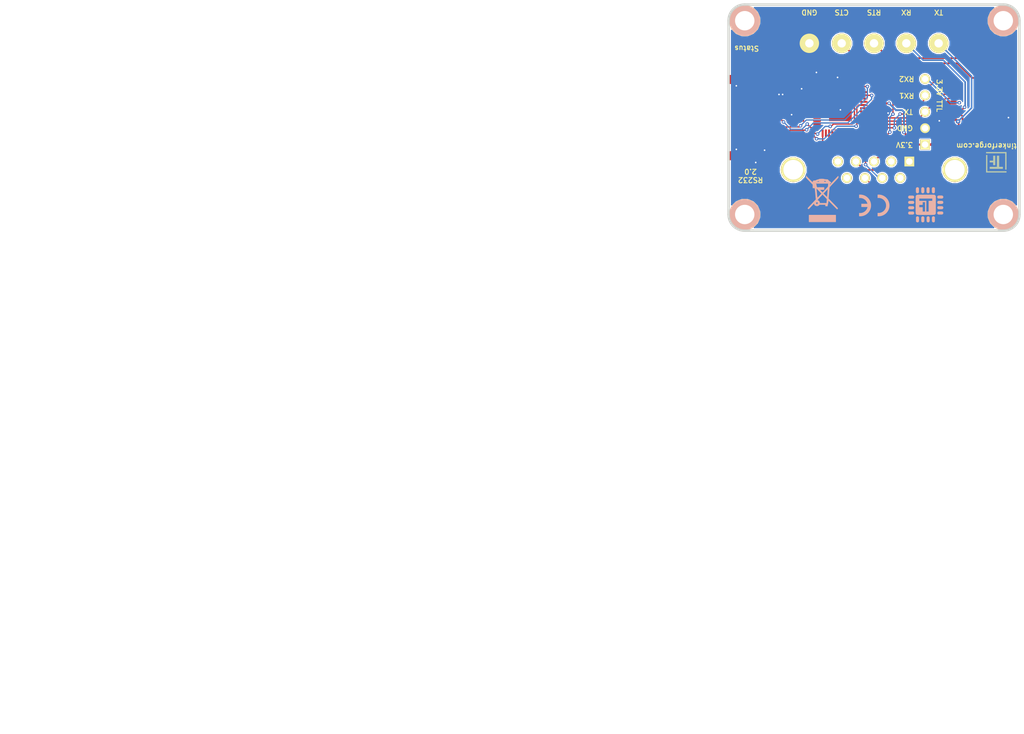
<source format=kicad_pcb>
(kicad_pcb (version 4) (host pcbnew 4.0.7-e2-6376~58~ubuntu17.04.1)
  (title_block (title "RS232 Bricklet 2.0") (date 2018-01-16) (rev 1.0) (company "Tinkerforge GmbH") (comment 1 "Licensed under CERN OHL v.1.1") (comment 2 "Copyright (©) 2018, L.Lauer <lukas@tinkerforge.com>"))
  (layers (0 Vorderseite signal) (31 Rückseite signal hide) (34 B.Paste user) (35 F.Paste user) (36 B.SilkS user) (37 F.SilkS user) (38 B.Mask user) (39 F.Mask user) (44 Edge.Cuts user))
  (net 0 "")
  (net 1 GND)
  (net 2 VCC)
  (net 3 "Net-(C1-Pad2)")
  (net 4 "Net-(C2-Pad2)")
  (net 5 "Net-(C7-Pad1)")
  (net 6 "Net-(C7-Pad2)")
  (net 7 "Net-(C8-Pad1)")
  (net 8 "Net-(C8-Pad2)")
  (net 9 "Net-(C10-Pad2)")
  (net 10 "Net-(C11-Pad2)")
  (net 11 "Net-(J1-Pad3)")
  (net 12 "Net-(J1-Pad4)")
  (net 13 "Net-(J1-Pad7)")
  (net 14 "Net-(J1-Pad8)")
  (net 15 "Net-(P1-Pad6)")
  (net 16 "Net-(P3-Pad5)")
  (net 17 "Net-(C5-Pad2)")
  (net 18 "Net-(D1-Pad2)")
  (net 19 "Net-(P1-Pad4)")
  (net 20 "Net-(P1-Pad5)")
  (net 21 TX)
  (net 22 RX)
  (net 23 "Net-(P4-Pad2)")
  (net 24 "Net-(R2-Pad1)")
  (net 25 S-MISO)
  (net 26 S-MOSI)
  (net 27 S-CLK)
  (net 28 S-CS)
  (net 29 nCTS)
  (net 30 nRTS)
  (net 31 "Net-(P5-Pad1)")
  (module kicad-libraries:C0603F (layer Vorderseite) (at 138.86 94.67 225)
    (fp_text reference C6)
    (fp_text value 100nF)
    (pad 1 smd rect (at -0.75 0 225) (size 0.9 0.9) (layers Vorderseite F.Paste F.Mask) (net 1 GND))
    (pad 2 smd rect (at 0.75 0 225) (size 0.9 0.9) (layers Vorderseite F.Paste F.Mask) (net 2 VCC))
  )
  (module kicad-libraries:CRYSTAL_3225 (layer Vorderseite) (at 135.8 98.16 90)
    (fp_text reference X1)
    (fp_text value 16MHz)
    (pad 3 smd rect (at -1.09982 -0.8001 90) (size 1.39954 1.15062) (layers Vorderseite F.Paste F.Mask) (net 1 GND))
    (pad 2 smd rect (at 1.09982 -0.8001 90) (size 1.39954 1.15062) (layers Vorderseite F.Paste F.Mask) (net 4 "Net-(C2-Pad2)"))
    (pad 1 smd rect (at -1.09982 0.8001 90) (size 1.39954 1.15062) (layers Vorderseite F.Paste F.Mask) (net 17 "Net-(C5-Pad2)"))
    (pad 3 smd rect (at 1.09982 0.8001 90) (size 1.39954 1.15062) (layers Vorderseite F.Paste F.Mask) (net 1 GND))
  )
  (module kicad-libraries:DRILL_NP (layer Vorderseite) (at 127.8 85.6)
    (fp_text reference U7 hide)
    (fp_text value DRILL hide)
    (pad "" np_thru_hole circle (at 0 0) (size 2.99974 2.99974) (drill 2.99974) (layers *.Cu *.Mask F.SilkS) (clearance 0.89916))
  )
  (module kicad-libraries:DRILL_NP (layer Vorderseite) (at 127.8 115.6 90)
    (fp_text reference U6 hide)
    (fp_text value DRILL hide)
    (pad "" np_thru_hole circle (at 0 0 90) (size 2.99974 2.99974) (drill 2.99974) (layers *.Cu *.Mask F.SilkS) (clearance 0.89916))
  )
  (module kicad-libraries:DRILL_NP (layer Vorderseite) (at 167.8 85.6)
    (fp_text reference U5 hide)
    (fp_text value DRILL hide)
    (pad "" np_thru_hole circle (at 0 0) (size 2.99974 2.99974) (drill 2.99974) (layers *.Cu *.Mask F.SilkS) (clearance 0.89916))
  )
  (module kicad-libraries:DRILL_NP (layer Vorderseite) (at 167.8 115.6 90)
    (fp_text reference U4 hide)
    (fp_text value DRILL hide)
    (pad "" np_thru_hole circle (at 0 0 90) (size 2.99974 2.99974) (drill 2.99974) (layers *.Cu *.Mask F.SilkS) (clearance 0.89916))
  )
  (module kicad-libraries:SOIC16 (layer Vorderseite) (at 162.5 98.9 90)
    (fp_text reference U3)
    (fp_text value SP3232EBCN)
    (pad 1 smd rect (at -4.44246 2.69748 270) (size 0.59944 1.4986) (layers Vorderseite F.Paste F.Mask) (net 5 "Net-(C7-Pad1)"))
    (pad 2 smd rect (at -3.17246 2.69748 270) (size 0.59944 1.4986) (layers Vorderseite F.Paste F.Mask) (net 9 "Net-(C10-Pad2)"))
    (pad 3 smd rect (at -1.90246 2.69748 270) (size 0.59944 1.4986) (layers Vorderseite F.Paste F.Mask) (net 6 "Net-(C7-Pad2)"))
    (pad 4 smd rect (at -0.63246 2.69748 270) (size 0.59944 1.4986) (layers Vorderseite F.Paste F.Mask) (net 7 "Net-(C8-Pad1)"))
    (pad 5 smd rect (at 0.63246 2.69748 270) (size 0.59944 1.4986) (layers Vorderseite F.Paste F.Mask) (net 8 "Net-(C8-Pad2)"))
    (pad 6 smd rect (at 1.90246 2.69748 270) (size 0.59944 1.4986) (layers Vorderseite F.Paste F.Mask) (net 10 "Net-(C11-Pad2)"))
    (pad 7 smd rect (at 3.17246 2.69748 270) (size 0.59944 1.4986) (layers Vorderseite F.Paste F.Mask) (net 14 "Net-(J1-Pad8)"))
    (pad 8 smd rect (at 4.44246 2.69748 270) (size 0.59944 1.4986) (layers Vorderseite F.Paste F.Mask) (net 13 "Net-(J1-Pad7)"))
    (pad 9 smd rect (at 4.44246 -2.69748 90) (size 0.59944 1.4986) (layers Vorderseite F.Paste F.Mask) (net 29 nCTS))
    (pad 10 smd rect (at 3.17246 -2.69748 90) (size 0.59944 1.4986) (layers Vorderseite F.Paste F.Mask) (net 30 nRTS))
    (pad 11 smd rect (at 1.90246 -2.69748 90) (size 0.59944 1.4986) (layers Vorderseite F.Paste F.Mask) (net 21 TX))
    (pad 12 smd rect (at 0.63246 -2.69748 90) (size 0.59944 1.4986) (layers Vorderseite F.Paste F.Mask) (net 16 "Net-(P3-Pad5)"))
    (pad 13 smd rect (at -0.63246 -2.69748 90) (size 0.59944 1.4986) (layers Vorderseite F.Paste F.Mask) (net 12 "Net-(J1-Pad4)"))
    (pad 14 smd rect (at -1.90246 -2.69748 90) (size 0.59944 1.4986) (layers Vorderseite F.Paste F.Mask) (net 11 "Net-(J1-Pad3)"))
    (pad 15 smd rect (at -3.17246 -2.69748 90) (size 0.59944 1.4986) (layers Vorderseite F.Paste F.Mask) (net 1 GND))
    (pad 16 smd rect (at -4.44246 -2.69748 90) (size 0.59944 1.4986) (layers Vorderseite F.Paste F.Mask) (net 2 VCC))
  )
  (module kicad-libraries:QFN48-EP2 (layer Vorderseite) (at 142.6 99.4)
    (fp_text reference U1)
    (fp_text value XMC1404)
    (pad 1 smd rect (at -2.74828 3.61188 180) (size 0.29972 1.14808) (layers Vorderseite F.Paste F.Mask) (net 23 "Net-(P4-Pad2)"))
    (pad 2 smd rect (at -2.2479 3.61188 180) (size 0.29972 1.14808) (layers Vorderseite F.Paste F.Mask))
    (pad 3 smd rect (at -1.74752 3.61188 180) (size 0.29972 1.14808) (layers Vorderseite F.Paste F.Mask) (net 31 "Net-(P5-Pad1)"))
    (pad 4 smd rect (at -1.24968 3.61188 180) (size 0.29972 1.14808) (layers Vorderseite F.Paste F.Mask))
    (pad 5 smd rect (at -0.7493 3.61188 180) (size 0.29972 1.14808) (layers Vorderseite F.Paste F.Mask))
    (pad 6 smd rect (at -0.24892 3.61188 180) (size 0.29972 1.14808) (layers Vorderseite F.Paste F.Mask))
    (pad 7 smd rect (at 0.24892 3.61188 180) (size 0.29972 1.14808) (layers Vorderseite F.Paste F.Mask))
    (pad 8 smd rect (at 0.7493 3.61188 180) (size 0.29972 1.14808) (layers Vorderseite F.Paste F.Mask))
    (pad 9 smd rect (at 1.24968 3.61188 180) (size 0.29972 1.14808) (layers Vorderseite F.Paste F.Mask))
    (pad 10 smd rect (at 1.74752 3.61188 180) (size 0.29972 1.14808) (layers Vorderseite F.Paste F.Mask))
    (pad 11 smd rect (at 2.2479 3.61188 180) (size 0.29972 1.14808) (layers Vorderseite F.Paste F.Mask))
    (pad 12 smd rect (at 2.74828 3.61188 180) (size 0.29972 1.14808) (layers Vorderseite F.Paste F.Mask))
    (pad 13 smd rect (at 3.61188 2.74828 270) (size 0.29972 1.14808) (layers Vorderseite F.Paste F.Mask) (net 29 nCTS))
    (pad 14 smd rect (at 3.61188 2.2479 270) (size 0.29972 1.14808) (layers Vorderseite F.Paste F.Mask) (net 30 nRTS))
    (pad 15 smd rect (at 3.61188 1.74752 270) (size 0.29972 1.14808) (layers Vorderseite F.Paste F.Mask) (net 21 TX))
    (pad 16 smd rect (at 3.61188 1.24968 270) (size 0.29972 1.14808) (layers Vorderseite F.Paste F.Mask) (net 22 RX))
    (pad 17 smd rect (at 3.61188 0.7493 270) (size 0.29972 1.14808) (layers Vorderseite F.Paste F.Mask) (net 1 GND))
    (pad 18 smd rect (at 3.61188 0.24892 270) (size 0.29972 1.14808) (layers Vorderseite F.Paste F.Mask) (net 2 VCC))
    (pad 19 smd rect (at 3.61188 -0.24892 270) (size 0.29972 1.14808) (layers Vorderseite F.Paste F.Mask) (net 2 VCC))
    (pad 20 smd rect (at 3.61188 -0.7493 270) (size 0.29972 1.14808) (layers Vorderseite F.Paste F.Mask) (net 25 S-MISO))
    (pad 21 smd rect (at 3.61188 -1.24968 270) (size 0.29972 1.14808) (layers Vorderseite F.Paste F.Mask))
    (pad 22 smd rect (at 3.61188 -1.74752 270) (size 0.29972 1.14808) (layers Vorderseite F.Paste F.Mask))
    (pad 23 smd rect (at 3.61188 -2.2479 270) (size 0.29972 1.14808) (layers Vorderseite F.Paste F.Mask) (net 27 S-CLK))
    (pad 24 smd rect (at 3.61188 -2.74828 270) (size 0.29972 1.14808) (layers Vorderseite F.Paste F.Mask) (net 26 S-MOSI))
    (pad 25 smd rect (at 2.74828 -3.61188) (size 0.29972 1.14808) (layers Vorderseite F.Paste F.Mask) (net 28 S-CS))
    (pad 26 smd rect (at 2.2479 -3.61188) (size 0.29972 1.14808) (layers Vorderseite F.Paste F.Mask))
    (pad 27 smd rect (at 1.74752 -3.61188) (size 0.29972 1.14808) (layers Vorderseite F.Paste F.Mask) (net 2 VCC))
    (pad 28 smd rect (at 1.24968 -3.61188) (size 0.29972 1.14808) (layers Vorderseite F.Paste F.Mask))
    (pad 29 smd rect (at 0.7493 -3.61188) (size 0.29972 1.14808) (layers Vorderseite F.Paste F.Mask))
    (pad 30 smd rect (at 0.24892 -3.61188) (size 0.29972 1.14808) (layers Vorderseite F.Paste F.Mask))
    (pad 31 smd rect (at -0.24892 -3.61188) (size 0.29972 1.14808) (layers Vorderseite F.Paste F.Mask))
    (pad 32 smd rect (at -0.7493 -3.61188) (size 0.29972 1.14808) (layers Vorderseite F.Paste F.Mask))
    (pad 33 smd rect (at -1.24968 -3.61188) (size 0.29972 1.14808) (layers Vorderseite F.Paste F.Mask))
    (pad 34 smd rect (at -1.74752 -3.61188) (size 0.29972 1.14808) (layers Vorderseite F.Paste F.Mask))
    (pad 35 smd rect (at -2.2479 -3.61188) (size 0.29972 1.14808) (layers Vorderseite F.Paste F.Mask))
    (pad 36 smd rect (at -2.74828 -3.61188) (size 0.29972 1.14808) (layers Vorderseite F.Paste F.Mask))
    (pad 37 smd rect (at -3.60934 -2.74828 90) (size 0.29972 1.15062) (layers Vorderseite F.Paste F.Mask) (net 1 GND))
    (pad 38 smd rect (at -3.61188 -2.2479 90) (size 0.29972 1.14808) (layers Vorderseite F.Paste F.Mask) (net 2 VCC))
    (pad 39 smd rect (at -3.61188 -1.74752 90) (size 0.29972 1.14808) (layers Vorderseite F.Paste F.Mask))
    (pad 40 smd rect (at -3.61188 -1.24968 90) (size 0.29972 1.14808) (layers Vorderseite F.Paste F.Mask))
    (pad 41 smd rect (at -3.61188 -0.7493 90) (size 0.29972 1.14808) (layers Vorderseite F.Paste F.Mask) (net 4 "Net-(C2-Pad2)"))
    (pad 42 smd rect (at -3.61188 -0.24892 90) (size 0.29972 1.14808) (layers Vorderseite F.Paste F.Mask) (net 17 "Net-(C5-Pad2)"))
    (pad 43 smd rect (at -3.61188 0.24892 90) (size 0.29972 1.14808) (layers Vorderseite F.Paste F.Mask))
    (pad 44 smd rect (at -3.61188 0.7493 90) (size 0.29972 1.14808) (layers Vorderseite F.Paste F.Mask))
    (pad 45 smd rect (at -3.61188 1.24968 90) (size 0.29972 1.14808) (layers Vorderseite F.Paste F.Mask))
    (pad 46 smd rect (at -3.61188 1.74752 90) (size 0.29972 1.14808) (layers Vorderseite F.Paste F.Mask))
    (pad 47 smd rect (at -3.61188 2.2479 90) (size 0.29972 1.14808) (layers Vorderseite F.Paste F.Mask))
    (pad 48 smd rect (at -3.61188 2.74828 90) (size 0.29972 1.14808) (layers Vorderseite F.Paste F.Mask) (net 24 "Net-(R2-Pad1)"))
    (pad EP smd rect (at 0 0) (size 3.5 3.5) (layers Vorderseite F.Paste F.Mask) (net 1 GND))
  )
  (module kicad-libraries:4X0402 (layer Vorderseite) (at 132.8 102.8 270)
    (fp_text reference RP1)
    (fp_text value 82)
    (pad 1 smd rect (at -0.7493 0.575 90) (size 0.29972 0.65) (layers Vorderseite F.Paste F.Mask) (net 19 "Net-(P1-Pad4)"))
    (pad 2 smd rect (at -0.24892 0.575 90) (size 0.29972 0.65) (layers Vorderseite F.Paste F.Mask) (net 20 "Net-(P1-Pad5)"))
    (pad 3 smd rect (at 0.24892 0.575 90) (size 0.29972 0.65) (layers Vorderseite F.Paste F.Mask) (net 15 "Net-(P1-Pad6)"))
    (pad 4 smd rect (at 0.7493 0.575 90) (size 0.29972 0.65) (layers Vorderseite F.Paste F.Mask) (net 3 "Net-(C1-Pad2)"))
    (pad 5 smd rect (at 0.7493 -0.575 270) (size 0.29972 0.65) (layers Vorderseite F.Paste F.Mask) (net 25 S-MISO))
    (pad 6 smd rect (at 0.24892 -0.575 270) (size 0.29972 0.65) (layers Vorderseite F.Paste F.Mask) (net 26 S-MOSI))
    (pad 7 smd rect (at -0.24892 -0.575 270) (size 0.29972 0.65) (layers Vorderseite F.Paste F.Mask) (net 27 S-CLK))
    (pad 8 smd rect (at -0.7493 -0.575 270) (size 0.29972 0.65) (layers Vorderseite F.Paste F.Mask) (net 28 S-CS))
  )
  (module kicad-libraries:SolderJumper (layer Vorderseite) (at 130.48 107.55)
    (fp_text reference P4)
    (fp_text value BOOT)
    (pad 2 smd rect (at 0.55 0) (size 0.3 1.4) (layers Vorderseite F.Mask) (net 23 "Net-(P4-Pad2)"))
    (pad 2 smd rect (at 0.15 0) (size 0.6 0.5) (layers Vorderseite F.Mask) (net 23 "Net-(P4-Pad2)"))
    (pad 1 smd rect (at -0.5 0) (size 0.4 1.4) (layers Vorderseite F.Mask) (net 1 GND))
    (pad 1 smd rect (at -0.225 0.55) (size 0.95 0.3) (layers Vorderseite F.Mask) (net 1 GND))
    (pad 1 smd rect (at -0.225 -0.55) (size 0.95 0.3) (layers Vorderseite F.Mask) (net 1 GND))
  )
  (module kicad-libraries:AKL_5_5 (layer Vorderseite) (at 147.8 89.1)
    (fp_text reference P2)
    (fp_text value CONN_5)
    (pad 2 thru_hole circle (at -5 0) (size 2.99974 2.99974) (drill 1.30048) (layers *.Cu *.Mask F.SilkS) (net 13 "Net-(J1-Pad7)"))
    (pad 3 thru_hole circle (at 0 0) (size 2.99974 2.99974) (drill 1.30048) (layers *.Cu *.Mask F.SilkS) (net 14 "Net-(J1-Pad8)"))
    (pad 4 thru_hole circle (at 5 0) (size 2.99974 2.99974) (drill 1.30048) (layers *.Cu *.Mask F.SilkS) (net 12 "Net-(J1-Pad4)"))
    (pad 5 thru_hole circle (at 10 0) (size 2.99974 2.99974) (drill 1.30048) (layers *.Cu *.Mask F.SilkS) (net 11 "Net-(J1-Pad3)"))
    (pad 1 thru_hole circle (at -10 0) (size 2.99974 2.99974) (drill 1.30048) (layers *.Cu *.Mask F.SilkS) (net 1 GND))
  )
  (module kicad-libraries:CON-SENSOR2 (layer Vorderseite) (at 125.3 100.6 270)
    (fp_text reference P1)
    (fp_text value CON-SENSOR)
    (pad 1 smd rect (at -3.75 -4.6 270) (size 0.6 1.8) (layers Vorderseite F.Paste F.Mask))
    (pad 2 smd rect (at -2.5 -4.6 270) (size 0.6 1.8) (layers Vorderseite F.Paste F.Mask) (net 1 GND))
    (pad EP smd rect (at -5.9 -1.2 270) (size 1.4 2.4) (layers Vorderseite F.Paste F.Mask) (net 1 GND))
    (pad EP smd rect (at 5.9 -1.2 270) (size 1.4 2.4) (layers Vorderseite F.Paste F.Mask) (net 1 GND))
    (pad 3 smd rect (at -1.25 -4.6 270) (size 0.6 1.8) (layers Vorderseite F.Paste F.Mask) (net 2 VCC))
    (pad 4 smd rect (at 0 -4.6 270) (size 0.6 1.8) (layers Vorderseite F.Paste F.Mask) (net 19 "Net-(P1-Pad4)"))
    (pad 5 smd rect (at 1.25 -4.6 270) (size 0.6 1.8) (layers Vorderseite F.Paste F.Mask) (net 20 "Net-(P1-Pad5)"))
    (pad 6 smd rect (at 2.5 -4.6 270) (size 0.6 1.8) (layers Vorderseite F.Paste F.Mask) (net 15 "Net-(P1-Pad6)"))
    (pad 7 smd rect (at 3.75 -4.6 270) (size 0.6 1.8) (layers Vorderseite F.Paste F.Mask) (net 3 "Net-(C1-Pad2)"))
  )
  (module kicad-libraries:D0603F (layer Vorderseite) (at 128.1 91.2 180)
    (fp_text reference D1)
    (fp_text value blue)
    (pad 1 smd rect (at -0.75 0 180) (size 0.9 0.9) (layers Vorderseite F.Paste F.Mask) (net 2 VCC))
    (pad 2 smd rect (at 0.75 0 180) (size 0.9 0.9) (layers Vorderseite F.Paste F.Mask) (net 18 "Net-(D1-Pad2)"))
  )
  (module kicad-libraries:C0603F (layer Vorderseite) (at 147.93 99.15 90)
    (fp_text reference C14)
    (fp_text value 220nF)
    (pad 1 smd rect (at -0.75 0 90) (size 0.9 0.9) (layers Vorderseite F.Paste F.Mask) (net 1 GND))
    (pad 2 smd rect (at 0.75 0 90) (size 0.9 0.9) (layers Vorderseite F.Paste F.Mask) (net 2 VCC))
  )
  (module kicad-libraries:C0603F (layer Vorderseite) (at 149.25 99.15 90)
    (fp_text reference C13)
    (fp_text value 100nF)
    (pad 1 smd rect (at -0.75 0 90) (size 0.9 0.9) (layers Vorderseite F.Paste F.Mask) (net 1 GND))
    (pad 2 smd rect (at 0.75 0 90) (size 0.9 0.9) (layers Vorderseite F.Paste F.Mask) (net 2 VCC))
  )
  (module kicad-libraries:C0603F (layer Vorderseite) (at 143.64 94.38)
    (fp_text reference C12)
    (fp_text value 100nF)
    (pad 1 smd rect (at -0.75 0) (size 0.9 0.9) (layers Vorderseite F.Paste F.Mask) (net 1 GND))
    (pad 2 smd rect (at 0.75 0) (size 0.9 0.9) (layers Vorderseite F.Paste F.Mask) (net 2 VCC))
  )
  (module kicad-libraries:C0603F (layer Vorderseite) (at 168.6 98.9 90)
    (fp_text reference C11)
    (fp_text value 100nF)
    (pad 1 smd rect (at -0.75 0 90) (size 0.9 0.9) (layers Vorderseite F.Paste F.Mask) (net 1 GND))
    (pad 2 smd rect (at 0.75 0 90) (size 0.9 0.9) (layers Vorderseite F.Paste F.Mask) (net 10 "Net-(C11-Pad2)"))
  )
  (module kicad-libraries:C0603F (layer Vorderseite) (at 168.6 102.2 270)
    (fp_text reference C10)
    (fp_text value 100nF)
    (pad 1 smd rect (at -0.75 0 270) (size 0.9 0.9) (layers Vorderseite F.Paste F.Mask) (net 1 GND))
    (pad 2 smd rect (at 0.75 0 270) (size 0.9 0.9) (layers Vorderseite F.Paste F.Mask) (net 9 "Net-(C10-Pad2)"))
  )
  (module kicad-libraries:C0603F (layer Vorderseite) (at 157.9 102.7 270)
    (fp_text reference C9)
    (fp_text value 100nF)
    (pad 1 smd rect (at -0.75 0 270) (size 0.9 0.9) (layers Vorderseite F.Paste F.Mask) (net 1 GND))
    (pad 2 smd rect (at 0.75 0 270) (size 0.9 0.9) (layers Vorderseite F.Paste F.Mask) (net 2 VCC))
  )
  (module kicad-libraries:C0603F (layer Vorderseite) (at 167.3 98.9 90)
    (fp_text reference C8)
    (fp_text value 100nF)
    (pad 1 smd rect (at -0.75 0 90) (size 0.9 0.9) (layers Vorderseite F.Paste F.Mask) (net 7 "Net-(C8-Pad1)"))
    (pad 2 smd rect (at 0.75 0 90) (size 0.9 0.9) (layers Vorderseite F.Paste F.Mask) (net 8 "Net-(C8-Pad2)"))
  )
  (module kicad-libraries:C0603F (layer Vorderseite) (at 167.3 102.2 90)
    (fp_text reference C7)
    (fp_text value 100nF)
    (pad 1 smd rect (at -0.75 0 90) (size 0.9 0.9) (layers Vorderseite F.Paste F.Mask) (net 5 "Net-(C7-Pad1)"))
    (pad 2 smd rect (at 0.75 0 90) (size 0.9 0.9) (layers Vorderseite F.Paste F.Mask) (net 6 "Net-(C7-Pad2)"))
  )
  (module kicad-libraries:CE_5mm (layer Rückseite) (at 147.8 114.2 180)
    (fp_text reference VAL hide)
    (fp_text value CE_5mm hide)
  )
  (module kicad-libraries:WEEE_7mm (layer Rückseite) (at 139.8 113.2 180)
    (fp_text reference VAL hide)
    (fp_text value WEEE_7mm hide)
  )
  (module kicad-libraries:Fiducial_Mark (layer Vorderseite) (at 162.8 85.6)
    (fp_text reference Fiducial_Mark hide)
    (fp_text value VAL** hide)
    (pad 1 smd circle (at 0 0) (size 1.00076 1.00076) (layers Vorderseite F.Paste F.Mask) (clearance 0.65024))
  )
  (module kicad-libraries:Fiducial_Mark (layer Vorderseite) (at 167.8 110.6)
    (fp_text reference Fiducial_Mark hide)
    (fp_text value VAL** hide)
    (pad 1 smd circle (at 0 0) (size 1.00076 1.00076) (layers Vorderseite F.Paste F.Mask) (clearance 0.65024))
  )
  (module kicad-libraries:Fiducial_Mark (layer Vorderseite) (at 132.8 85.6)
    (fp_text reference Fiducial_Mark hide)
    (fp_text value VAL** hide)
    (pad 1 smd circle (at 0 0) (size 1.00076 1.00076) (layers Vorderseite F.Paste F.Mask) (clearance 0.65024))
  )
  (module kicad-libraries:Logo_31x31 (layer Vorderseite) (at 168.3 109.1 180)
    (fp_text reference G*** hide)
    (fp_text value Logo_31x31 hide)
  )
  (module kicad-libraries:SUB09-EU (layer Vorderseite) (at 147.8 107.4 180)
    (fp_text reference J1)
    (fp_text value DB9)
    (pad "" thru_hole circle (at 12.49934 -1.27 180) (size 3.81 3.81) (drill 3.048) (layers *.Cu *.Mask F.SilkS))
    (pad "" thru_hole circle (at -12.49934 -1.27 180) (size 3.81 3.81) (drill 3.048) (layers *.Cu *.Mask F.SilkS))
    (pad 1 thru_hole rect (at -5.461 0 180) (size 1.524 1.524) (drill 1.016) (layers *.Cu *.Mask F.SilkS) (net 1 GND))
    (pad 2 thru_hole circle (at -2.667 0 180) (size 1.524 1.524) (drill 1.016) (layers *.Cu *.Mask F.SilkS))
    (pad 3 thru_hole circle (at 0 0 180) (size 1.524 1.524) (drill 1.016) (layers *.Cu *.Mask F.SilkS) (net 11 "Net-(J1-Pad3)"))
    (pad 4 thru_hole circle (at 2.794 0 180) (size 1.524 1.524) (drill 1.016) (layers *.Cu *.Mask F.SilkS) (net 12 "Net-(J1-Pad4)"))
    (pad 5 thru_hole circle (at 5.588 0 180) (size 1.524 1.524) (drill 1.016) (layers *.Cu *.Mask F.SilkS))
    (pad 6 thru_hole circle (at -4.064 -2.54 180) (size 1.524 1.524) (drill 1.016) (layers *.Cu *.Mask F.SilkS))
    (pad 7 thru_hole circle (at -1.27 -2.54 180) (size 1.524 1.524) (drill 1.016) (layers *.Cu *.Mask F.SilkS) (net 13 "Net-(J1-Pad7)"))
    (pad 8 thru_hole circle (at 1.397 -2.54 180) (size 1.524 1.524) (drill 1.016) (layers *.Cu *.Mask F.SilkS) (net 14 "Net-(J1-Pad8)"))
    (pad 9 thru_hole circle (at 4.191 -2.54 180) (size 1.524 1.524) (drill 1.016) (layers *.Cu *.Mask F.SilkS))
  )
  (module kicad-libraries:pin_array_5x1 (layer Vorderseite) (at 155.7 99.7 90)
    (fp_text reference P3)
    (fp_text value CONN_5 hide)
    (pad 1 thru_hole rect (at -5.08 0 90) (size 1.524 1.524) (drill 1.016) (layers *.Cu *.Mask F.SilkS) (net 2 VCC))
    (pad 2 thru_hole circle (at -2.54 0 90) (size 1.524 1.524) (drill 1.016) (layers *.Cu *.Mask F.SilkS) (net 1 GND))
    (pad 3 thru_hole circle (at 0 0 90) (size 1.524 1.524) (drill 1.016) (layers *.Cu *.Mask F.SilkS) (net 21 TX))
    (pad 4 thru_hole circle (at 2.54 0 90) (size 1.524 1.524) (drill 1.016) (layers *.Cu *.Mask F.SilkS) (net 22 RX))
    (pad 5 thru_hole circle (at 5.08 0 90) (size 1.524 1.524) (drill 1.016) (layers *.Cu *.Mask F.SilkS) (net 16 "Net-(P3-Pad5)"))
  )
  (module kicad-libraries:C0402E (layer Vorderseite) (at 131.6 105 90)
    (fp_text reference C1)
    (fp_text value 220pF)
    (pad 1 smd rect (at -0.65 0 90) (size 0.7 0.9) (layers Vorderseite F.Paste F.Mask) (net 1 GND))
    (pad 2 smd rect (at 0.65 0 90) (size 0.7 0.9) (layers Vorderseite F.Paste F.Mask) (net 3 "Net-(C1-Pad2)"))
  )
  (module kicad-libraries:C0603F (layer Vorderseite) (at 135.8 95.49 180)
    (fp_text reference C2)
    (fp_text value 10pF)
    (pad 1 smd rect (at -0.75 0 180) (size 0.9 0.9) (layers Vorderseite F.Paste F.Mask) (net 1 GND))
    (pad 2 smd rect (at 0.75 0 180) (size 0.9 0.9) (layers Vorderseite F.Paste F.Mask) (net 4 "Net-(C2-Pad2)"))
  )
  (module kicad-libraries:C0805 (layer Vorderseite) (at 131.83 95.75 90)
    (fp_text reference C3)
    (fp_text value 10uF)
    (pad 1 smd rect (at -1.00076 0 90) (size 1.00076 1.24968) (layers Vorderseite F.Paste F.Mask) (net 1 GND) (clearance 0.14986))
    (pad 2 smd rect (at 1.00076 0 90) (size 1.00076 1.24968) (layers Vorderseite F.Paste F.Mask) (net 2 VCC) (clearance 0.14986))
  )
  (module kicad-libraries:C0603F (layer Vorderseite) (at 133.37 95.54 90)
    (fp_text reference C4)
    (fp_text value 1uF)
    (pad 1 smd rect (at -0.75 0 90) (size 0.9 0.9) (layers Vorderseite F.Paste F.Mask) (net 1 GND))
    (pad 2 smd rect (at 0.75 0 90) (size 0.9 0.9) (layers Vorderseite F.Paste F.Mask) (net 2 VCC))
  )
  (module kicad-libraries:C0603F (layer Vorderseite) (at 135.8 100.78)
    (fp_text reference C5)
    (fp_text value 10pF)
    (pad 1 smd rect (at -0.75 0) (size 0.9 0.9) (layers Vorderseite F.Paste F.Mask) (net 1 GND))
    (pad 2 smd rect (at 0.75 0) (size 0.9 0.9) (layers Vorderseite F.Paste F.Mask) (net 17 "Net-(C5-Pad2)"))
  )
  (module kicad-libraries:R0603F (layer Vorderseite) (at 128.1 92.6 180)
    (fp_text reference R2)
    (fp_text value 1k)
    (pad 1 smd rect (at -0.75 0 180) (size 0.9 0.9) (layers Vorderseite F.Paste F.Mask) (net 24 "Net-(R2-Pad1)"))
    (pad 2 smd rect (at 0.75 0 180) (size 0.9 0.9) (layers Vorderseite F.Paste F.Mask) (net 18 "Net-(D1-Pad2)"))
  )
  (module kicad-libraries:Logo_CoMCU (layer Rückseite) (at 155.8 114.1 180)
    (fp_text reference G*** hide)
    (fp_text value LOGO hide)
  )
  (module kicad-libraries:DEBUG_PAD (layer Vorderseite) (at 141.4 105)
    (fp_text reference P5)
    (fp_text value BOOT)
    (pad 1 smd circle (at 0 0) (size 0.7 0.7) (layers Vorderseite F.Paste F.Mask) (net 31 "Net-(P5-Pad1)"))
  )
  (gr_text Status (at 128.1 89.9 180) (layer F.SilkS) (effects (font (size 0.8 0.8))))
  (gr_text 3.3V (at 153.9 104.8 180) (layer F.SilkS) (effects (font (size 0.8 0.8)) (justify left)))
  (gr_text "3.3V TTL" (at 157.9 97.2 270) (layer F.SilkS) (effects (font (size 0.8 0.8))))
  (gr_text RX2 (at 154.1 94.6 180) (layer F.SilkS) (effects (font (size 0.8 0.8)) (justify left)))
  (gr_text RX1 (at 154.1 97.2 180) (layer F.SilkS) (effects (font (size 0.8 0.8)) (justify left)))
  (gr_text TX (at 153.9 99.7 180) (layer F.SilkS) (effects (font (size 0.8 0.8)) (justify left)))
  (gr_text GND (at 153.9 102.2 180) (layer F.SilkS) (effects (font (size 0.8 0.8)) (justify left)))
  (gr_text TX (at 157.8 84.3 180) (layer F.SilkS) (effects (font (size 0.8 0.8))))
  (gr_text RX (at 152.8 84.3 180) (layer F.SilkS) (effects (font (size 0.8 0.8))))
  (gr_text RTS (at 147.8 84.3 180) (layer F.SilkS) (effects (font (size 0.8 0.8))))
  (gr_text CTS (at 142.8 84.3 180) (layer F.SilkS) (effects (font (size 0.8 0.8))))
  (gr_text GND (at 137.8 84.3 180) (layer F.SilkS) (effects (font (size 0.8 0.8))))
  (gr_line (start 170.3 85.6) (end 170.3 115.6) (angle 90) (layer Edge.Cuts) (width 0.381))
  (gr_line (start 127.8 83.1) (end 167.8 83.1) (angle 90) (layer Edge.Cuts) (width 0.381))
  (gr_line (start 125.3 115.6) (end 125.3 85.6) (angle 90) (layer Edge.Cuts) (width 0.381))
  (gr_line (start 167.8 118.1) (end 127.8 118.1) (angle 90) (layer Edge.Cuts) (width 0.381))
  (gr_arc (start 167.8 115.6) (end 170.3 115.6) (angle 90) (layer Edge.Cuts) (width 0.381))
  (gr_arc (start 167.8 85.6) (end 167.8 83.1) (angle 90) (layer Edge.Cuts) (width 0.381))
  (gr_arc (start 127.8 85.6) (end 125.3 85.6) (angle 90) (layer Edge.Cuts) (width 0.381))
  (gr_arc (start 127.8 115.6) (end 127.8 118.1) (angle 90) (layer Edge.Cuts) (width 0.381))
  (gr_text tinkerforge.com (at 165.2 105 180) (layer F.SilkS) (effects (font (size 0.8001 0.8001) (thickness 0.14986))))
  (gr_text "RS232\n2.0" (at 128.7 109.6 180) (layer F.SilkS) (effects (font (size 0.8001 0.8001) (thickness 0.14986))))
  (via (at 142.6 99.4) (size 0.70104) (drill 0.24892) (layers Vorderseite Rückseite) (net 1))
  (segment (start 168.6 101.45) (end 168.6 100.6) (width 0.2) (layer Vorderseite) (net 1))
  (via (at 168.6 100.6) (size 0.55) (drill 0.25) (layers Vorderseite Rückseite) (net 1))
  (segment (start 129.98 107.55) (end 129.98 107.08) (width 0.2) (layer Vorderseite) (net 1))
  (segment (start 129.98 107.08) (end 130.05 107.01) (width 0.2) (layer Vorderseite) (net 1))
  (segment (start 130.05 107.01) (end 130.36 107.01) (width 0.2) (layer Vorderseite) (net 1))
  (segment (start 130.36 107.01) (end 130.255 107) (width 0.2) (layer Vorderseite) (net 1))
  (segment (start 130.255 108.1) (end 130.15 108.1) (width 0.2) (layer Vorderseite) (net 1))
  (segment (start 130.15 108.1) (end 130 107.95) (width 0.2) (layer Vorderseite) (net 1))
  (segment (start 130 107.95) (end 130 107.54) (width 0.2) (layer Vorderseite) (net 1))
  (segment (start 130 107.54) (end 129.98 107.55) (width 0.2) (layer Vorderseite) (net 1))
  (segment (start 129.98 107.55) (end 129.5 107.55) (width 0.2) (layer Vorderseite) (net 1))
  (via (at 129.5 107.55) (size 0.55) (drill 0.25) (layers Vorderseite Rückseite) (net 1))
  (segment (start 149.25 99.9) (end 149.98 99.9) (width 0.55) (layer Vorderseite) (net 1))
  (via (at 149.98 99.9) (size 0.55) (drill 0.25) (layers Vorderseite Rückseite) (net 1))
  (segment (start 146.21188 100.1493) (end 147.0607 100.1493) (width 0.3) (layer Vorderseite) (net 1))
  (segment (start 147.31 99.9) (end 147.93 99.9) (width 0.3) (layer Vorderseite) (net 1))
  (segment (start 147.0607 100.1493) (end 147.31 99.9) (width 0.3) (layer Vorderseite) (net 1))
  (segment (start 147.93 99.9) (end 149.25 99.9) (width 0.55) (layer Vorderseite) (net 1))
  (segment (start 147.6807 100.1493) (end 147.93 99.9) (width 0.2) (layer Vorderseite) (net 1))
  (segment (start 142.89 94.38) (end 142.16 94.38) (width 0.55) (layer Vorderseite) (net 1))
  (via (at 142.16 94.38) (size 0.55) (drill 0.25) (layers Vorderseite Rückseite) (net 1))
  (segment (start 133.37 96.29) (end 133.37 96.73) (width 0.55) (layer Vorderseite) (net 1))
  (segment (start 133.37 96.73) (end 133.66 97.02) (width 0.55) (layer Vorderseite) (net 1))
  (via (at 133.66 97.02) (size 0.55) (drill 0.25) (layers Vorderseite Rückseite) (net 1))
  (segment (start 133.37 96.29) (end 133.37 96.75) (width 0.55) (layer Vorderseite) (net 1))
  (via (at 133.1 97.02) (size 0.55) (drill 0.25) (layers Vorderseite Rückseite) (net 1))
  (segment (start 133.37 96.75) (end 133.1 97.02) (width 0.55) (layer Vorderseite) (net 1))
  (segment (start 131.83 96.75076) (end 132.35924 96.75076) (width 0.55) (layer Vorderseite) (net 1))
  (segment (start 132.35924 96.75076) (end 132.82 96.29) (width 0.55) (layer Vorderseite) (net 1))
  (segment (start 132.82 96.29) (end 133.37 96.29) (width 0.55) (layer Vorderseite) (net 1))
  (segment (start 129.9 98.1) (end 131.21 98.1) (width 0.55) (layer Vorderseite) (net 1))
  (segment (start 131.83 97.48) (end 131.83 96.75076) (width 0.55) (layer Vorderseite) (net 1))
  (segment (start 131.21 98.1) (end 131.83 97.48) (width 0.55) (layer Vorderseite) (net 1))
  (segment (start 126.5 94.7) (end 126.5 95.68) (width 0.55) (layer Vorderseite) (net 1))
  (via (at 126.5 95.68) (size 0.55) (drill 0.25) (layers Vorderseite Rückseite) (net 1))
  (segment (start 126.5 106.5) (end 126.5 105.52) (width 0.55) (layer Vorderseite) (net 1))
  (via (at 126.5 105.52) (size 0.55) (drill 0.25) (layers Vorderseite Rückseite) (net 1))
  (segment (start 131.6 105.65) (end 130.87 105.65) (width 0.55) (layer Vorderseite) (net 1))
  (via (at 130.87 105.65) (size 0.55) (drill 0.25) (layers Vorderseite Rückseite) (net 1))
  (segment (start 139.39033 94.13967) (end 139.39033 94.11033) (width 0.55) (layer Vorderseite) (net 1))
  (segment (start 139.39033 94.11033) (end 138.89 93.61) (width 0.55) (layer Vorderseite) (net 1))
  (via (at 138.89 93.61) (size 0.55) (drill 0.25) (layers Vorderseite Rückseite) (net 1))
  (via (at 136.6001 96.14) (size 0.55) (drill 0.25) (layers Vorderseite Rückseite) (net 1))
  (segment (start 136.6001 96.14) (end 136.6 96.14) (width 0.55) (layer Rückseite) (net 1))
  (segment (start 136.6001 97.06018) (end 136.6001 96.14) (width 0.55) (layer Vorderseite) (net 1))
  (segment (start 136.6001 96.14) (end 136.6001 95.5401) (width 0.55) (layer Vorderseite) (net 1))
  (segment (start 136.6001 95.5401) (end 136.55 95.49) (width 0.55) (layer Vorderseite) (net 1))
  (segment (start 135.05 100.78) (end 135.05 100.15) (width 0.55) (layer Vorderseite) (net 1))
  (via (at 135.05 100.15) (size 0.55) (drill 0.25) (layers Vorderseite Rückseite) (net 1))
  (segment (start 135.05 100.78) (end 135.05 99.30992) (width 0.55) (layer Vorderseite) (net 1))
  (segment (start 135.05 99.30992) (end 134.9999 99.25982) (width 0.55) (layer Vorderseite) (net 1))
  (segment (start 134.9999 100.7299) (end 135.05 100.78) (width 0.2) (layer Vorderseite) (net 1))
  (segment (start 136.6001 95.5401) (end 136.55 95.49) (width 0.2) (layer Vorderseite) (net 1))
  (segment (start 138.99066 96.65172) (end 138.99066 95.79934) (width 0.2) (layer Vorderseite) (net 1))
  (segment (start 139.1 94.92) (end 139.1 94.43) (width 0.2) (layer Vorderseite) (net 1))
  (segment (start 139.29 95.11) (end 139.1 94.92) (width 0.2) (layer Vorderseite) (net 1))
  (segment (start 139.29 95.5) (end 139.29 95.11) (width 0.2) (layer Vorderseite) (net 1))
  (segment (start 138.99066 95.79934) (end 139.29 95.5) (width 0.2) (layer Vorderseite) (net 1))
  (segment (start 139.1 94.43) (end 139.39033 94.13967) (width 0.2) (layer Vorderseite) (net 1))
  (segment (start 168.6 100.6) (end 168.6 101.3999) (width 0.59944) (layer Vorderseite) (net 1))
  (segment (start 168.6 99.7001) (end 168.6 100.6) (width 0.59944) (layer Vorderseite) (net 1))
  (segment (start 158.72754 102.07246) (end 158.55498 101.8999) (width 0.5) (layer Vorderseite) (net 1))
  (segment (start 158.55498 101.8999) (end 157.9 101.8999) (width 0.5) (layer Vorderseite) (net 1))
  (segment (start 159.80252 102.07246) (end 158.72754 102.07246) (width 0.5) (layer Vorderseite) (net 1))
  (segment (start 157.9 101.8999) (end 157.9 101.1) (width 0.5) (layer Vorderseite) (net 1))
  (via (at 157.9 101.1) (size 0.55) (drill 0.25) (layers Vorderseite Rückseite) (net 1))
  (segment (start 156.84 101.1) (end 155.7 102.24) (width 0.25) (layer Rückseite) (net 1))
  (segment (start 157.9 101.1) (end 156.84 101.1) (width 0.25) (layer Rückseite) (net 1))
  (segment (start 154.04 103.9) (end 155.7 102.24) (width 0.25) (layer Rückseite) (net 1))
  (segment (start 153.261 104.679) (end 154.04 103.9) (width 0.25) (layer Rückseite) (net 1))
  (segment (start 153.261 107.4) (end 153.261 104.679) (width 0.25) (layer Rückseite) (net 1))
  (segment (start 137.8 89.1) (end 137.8 88.4) (width 0.25) (layer Rückseite) (net 1))
  (segment (start 133.37 94.79) (end 133.37 92.71) (width 0.2) (layer Vorderseite) (net 2))
  (segment (start 131.86 91.2) (end 128.85 91.2) (width 0.2) (layer Vorderseite) (net 2))
  (segment (start 133.37 92.71) (end 131.86 91.2) (width 0.2) (layer Vorderseite) (net 2))
  (segment (start 152.175 99.475) (end 152.43 99.73) (width 0.29972) (layer Rückseite) (net 2))
  (segment (start 149.25 98.4) (end 150.12 98.4) (width 0.29972) (layer Vorderseite) (net 2))
  (segment (start 154.31 104.78) (end 155.7 104.78) (width 0.29972) (layer Vorderseite) (net 2))
  (segment (start 152.43 99.73) (end 152.43 102.9) (width 0.29972) (layer Rückseite) (net 2))
  (via (at 152.43 102.9) (size 0.55) (drill 0.25) (layers Vorderseite Rückseite) (net 2))
  (segment (start 152.43 102.9) (end 154.31 104.78) (width 0.29972) (layer Vorderseite) (net 2))
  (segment (start 152.15 99.45) (end 152.175 99.475) (width 0.2) (layer Rückseite) (net 2))
  (segment (start 151.19 99.45) (end 152.15 99.45) (width 0.29972) (layer Rückseite) (net 2))
  (segment (start 150.13 98.39) (end 151.19 99.45) (width 0.29972) (layer Rückseite) (net 2))
  (via (at 150.13 98.39) (size 0.55) (drill 0.25) (layers Vorderseite Rückseite) (net 2))
  (segment (start 150.12 98.4) (end 150.13 98.39) (width 0.2) (layer Vorderseite) (net 2))
  (segment (start 149.25 98.4) (end 147.93 98.4) (width 0.3) (layer Vorderseite) (net 2))
  (segment (start 144.39 94.38) (end 146.75 94.38) (width 0.3) (layer Vorderseite) (net 2))
  (segment (start 149.25 96.88) (end 149.25 98.4) (width 0.3) (layer Vorderseite) (net 2))
  (segment (start 146.75 94.38) (end 149.25 96.88) (width 0.3) (layer Vorderseite) (net 2))
  (segment (start 148.96 99.12) (end 149.01 99.12) (width 0.2) (layer Vorderseite) (net 2))
  (segment (start 149.01 99.12) (end 149.25 98.88) (width 0.2) (layer Vorderseite) (net 2))
  (segment (start 149.25 98.88) (end 149.25 98.4) (width 0.2) (layer Vorderseite) (net 2))
  (segment (start 146.21188 99.15108) (end 146.81892 99.15108) (width 0.2) (layer Vorderseite) (net 2))
  (segment (start 146.81892 99.15108) (end 147.57 98.4) (width 0.2) (layer Vorderseite) (net 2))
  (segment (start 147.57 98.4) (end 147.93 98.4) (width 0.2) (layer Vorderseite) (net 2))
  (segment (start 146.21188 99.64892) (end 146.91108 99.64892) (width 0.2) (layer Vorderseite) (net 2))
  (segment (start 147.44 99.12) (end 148.96 99.12) (width 0.2) (layer Vorderseite) (net 2))
  (segment (start 148.96 99.12) (end 149.02 99.12) (width 0.2) (layer Vorderseite) (net 2))
  (segment (start 146.91108 99.64892) (end 147.44 99.12) (width 0.2) (layer Vorderseite) (net 2))
  (segment (start 138.32967 95.20033) (end 138.32967 95.14967) (width 0.3) (layer Vorderseite) (net 2))
  (segment (start 138.32967 95.14967) (end 136.95 93.77) (width 0.3) (layer Vorderseite) (net 2))
  (segment (start 133.37 94.79) (end 133.99 94.79) (width 0.3) (layer Vorderseite) (net 2))
  (segment (start 135.01 93.77) (end 136.95 93.77) (width 0.3) (layer Vorderseite) (net 2))
  (segment (start 136.95 93.77) (end 137.83 93.77) (width 0.3) (layer Vorderseite) (net 2))
  (segment (start 133.99 94.79) (end 135.01 93.77) (width 0.3) (layer Vorderseite) (net 2))
  (segment (start 138.32967 95.20033) (end 138.32967 95.13967) (width 0.3) (layer Vorderseite) (net 2))
  (segment (start 144.39 93.43) (end 144.39 94.38) (width 0.3) (layer Vorderseite) (net 2))
  (segment (start 137.83 93.77) (end 138.64 92.96) (width 0.3) (layer Vorderseite) (net 2))
  (segment (start 138.64 92.96) (end 143.92 92.96) (width 0.3) (layer Vorderseite) (net 2))
  (segment (start 143.92 92.96) (end 144.39 93.43) (width 0.3) (layer Vorderseite) (net 2))
  (segment (start 144.34752 95.78812) (end 144.34752 94.42248) (width 0.3) (layer Vorderseite) (net 2))
  (segment (start 144.34752 94.42248) (end 144.39 94.38) (width 0.3) (layer Vorderseite) (net 2))
  (segment (start 131.83 94.74924) (end 133.32924 94.74924) (width 0.55) (layer Vorderseite) (net 2))
  (segment (start 133.32924 94.74924) (end 133.37 94.79) (width 0.55) (layer Vorderseite) (net 2))
  (segment (start 129.9 99.35) (end 128.82 99.35) (width 0.55) (layer Vorderseite) (net 2))
  (segment (start 130.06076 94.74924) (end 131.83 94.74924) (width 0.55) (layer Vorderseite) (net 2))
  (segment (start 128.52 96.29) (end 130.06076 94.74924) (width 0.55) (layer Vorderseite) (net 2))
  (segment (start 128.52 99.05) (end 128.52 96.29) (width 0.55) (layer Vorderseite) (net 2))
  (segment (start 128.82 99.35) (end 128.52 99.05) (width 0.55) (layer Vorderseite) (net 2))
  (segment (start 133.32924 94.74924) (end 133.37 94.79) (width 0.55) (layer Vorderseite) (net 2))
  (segment (start 138.98812 97.1521) (end 138.2621 97.1521) (width 0.2) (layer Vorderseite) (net 2))
  (segment (start 138.1 96.99) (end 138.1 95.43) (width 0.2) (layer Vorderseite) (net 2))
  (segment (start 138.2621 97.1521) (end 138.1 96.99) (width 0.2) (layer Vorderseite) (net 2))
  (segment (start 138.1 95.43) (end 138.32967 95.20033) (width 0.2) (layer Vorderseite) (net 2))
  (segment (start 158.9999 103.5001) (end 157.9 103.5001) (width 0.5) (layer Vorderseite) (net 2))
  (segment (start 159.15754 103.34246) (end 158.9999 103.5001) (width 0.5) (layer Vorderseite) (net 2))
  (segment (start 159.80252 103.34246) (end 159.15754 103.34246) (width 0.5) (layer Vorderseite) (net 2))
  (segment (start 156.6201 104.78) (end 157.9 103.5001) (width 0.35052) (layer Vorderseite) (net 2))
  (segment (start 155.7 104.78) (end 156.6201 104.78) (width 0.35052) (layer Vorderseite) (net 2))
  (segment (start 129.9 104.35) (end 131.6 104.35) (width 0.2) (layer Vorderseite) (net 3))
  (segment (start 131.6 104.35) (end 132.225 103.725) (width 0.2) (layer Vorderseite) (net 3))
  (segment (start 132.225 103.725) (end 132.225 103.5493) (width 0.2) (layer Vorderseite) (net 3))
  (segment (start 134.9999 97.06018) (end 134.9999 95.5401) (width 0.55) (layer Vorderseite) (net 4))
  (segment (start 134.9999 95.5401) (end 135.05 95.49) (width 0.55) (layer Vorderseite) (net 4))
  (segment (start 134.9999 95.5401) (end 135.05 95.49) (width 0.2) (layer Vorderseite) (net 4))
  (segment (start 138.98812 98.6507) (end 138.0307 98.6507) (width 0.2) (layer Vorderseite) (net 4))
  (segment (start 135.42 98.12) (end 134.9999 97.6999) (width 0.2) (layer Vorderseite) (net 4))
  (segment (start 137.5 98.12) (end 135.42 98.12) (width 0.2) (layer Vorderseite) (net 4))
  (segment (start 138.0307 98.6507) (end 137.5 98.12) (width 0.2) (layer Vorderseite) (net 4))
  (segment (start 134.9999 97.6999) (end 134.9999 97.06018) (width 0.2) (layer Vorderseite) (net 4))
  (segment (start 166.95764 103.34246) (end 167.3 103.0001) (width 0.3) (layer Vorderseite) (net 5))
  (segment (start 165.19748 103.34246) (end 166.95764 103.34246) (width 0.3) (layer Vorderseite) (net 5))
  (segment (start 166.30246 100.80246) (end 166.8999 101.3999) (width 0.3) (layer Vorderseite) (net 6))
  (segment (start 166.8999 101.3999) (end 167.3 101.3999) (width 0.3) (layer Vorderseite) (net 6))
  (segment (start 165.19748 100.80246) (end 166.30246 100.80246) (width 0.3) (layer Vorderseite) (net 6))
  (segment (start 166.33246 99.53246) (end 166.5001 99.7001) (width 0.3) (layer Vorderseite) (net 7))
  (segment (start 166.5001 99.7001) (end 167.3 99.7001) (width 0.3) (layer Vorderseite) (net 7))
  (segment (start 165.19748 99.53246) (end 166.33246 99.53246) (width 0.3) (layer Vorderseite) (net 7))
  (segment (start 166.73246 98.26754) (end 165.19748 98.26754) (width 0.3) (layer Vorderseite) (net 8))
  (segment (start 166.9001 98.0999) (end 166.73246 98.26754) (width 0.3) (layer Vorderseite) (net 8))
  (segment (start 167.3 98.0999) (end 166.9001 98.0999) (width 0.3) (layer Vorderseite) (net 8))
  (segment (start 168.6 102.7) (end 168.6 103.0001) (width 0.29972) (layer Vorderseite) (net 9))
  (segment (start 165.97246 102.07246) (end 166.1 102.2) (width 0.3) (layer Vorderseite) (net 9))
  (segment (start 166.1 102.2) (end 168.1 102.2) (width 0.3) (layer Vorderseite) (net 9))
  (segment (start 168.1 102.2) (end 168.6 102.7) (width 0.3) (layer Vorderseite) (net 9))
  (segment (start 165.19748 102.07246) (end 165.97246 102.07246) (width 0.3) (layer Vorderseite) (net 9))
  (segment (start 168.6 97.7) (end 168.6 98.0999) (width 0.3) (layer Vorderseite) (net 10))
  (segment (start 167.89754 96.99754) (end 168.6 97.7) (width 0.3) (layer Vorderseite) (net 10))
  (segment (start 165.19748 96.99754) (end 167.89754 96.99754) (width 0.3) (layer Vorderseite) (net 10))
  (segment (start 160.9 101.3) (end 160.9 103.7) (width 0.25) (layer Vorderseite) (net 11))
  (segment (start 160.9 103.7) (end 159.9 104.7) (width 0.25) (layer Vorderseite) (net 11))
  (segment (start 159.9 104.7) (end 158.2 104.7) (width 0.25) (layer Vorderseite) (net 11))
  (segment (start 149.1 106.1) (end 147.8 107.4) (width 0.25) (layer Vorderseite) (net 11))
  (segment (start 160.40246 100.80246) (end 160.9 101.3) (width 0.25) (layer Vorderseite) (net 11))
  (segment (start 156.8 106.1) (end 158.2 104.7) (width 0.25) (layer Vorderseite) (net 11))
  (segment (start 149.1 106.1) (end 156.8 106.1) (width 0.25) (layer Vorderseite) (net 11))
  (via (at 160.8 101.2) (size 0.70104) (layers Vorderseite Rückseite) (net 11))
  (segment (start 160.8 101.2) (end 162.9 99.1) (width 0.25) (layer Rückseite) (net 11))
  (segment (start 162.9 99.1) (end 162.9 94.2) (width 0.25) (layer Rückseite) (net 11))
  (segment (start 162.9 94.2) (end 157.8 89.1) (width 0.25) (layer Rückseite) (net 11))
  (segment (start 160.40246 100.80246) (end 160.8 101.2) (width 0.25) (layer Vorderseite) (net 11))
  (segment (start 159.80252 100.80246) (end 160.40246 100.80246) (width 0.25) (layer Vorderseite) (net 11))
  (segment (start 160.63246 99.53246) (end 161.5 100.4) (width 0.25) (layer Vorderseite) (net 12))
  (segment (start 161.5 100.4) (end 161.5 103.9) (width 0.25) (layer Vorderseite) (net 12))
  (segment (start 161.5 103.9) (end 160.2 105.2) (width 0.25) (layer Vorderseite) (net 12))
  (segment (start 160.2 105.2) (end 158.5 105.2) (width 0.25) (layer Vorderseite) (net 12))
  (segment (start 158.5 105.2) (end 155 108.7) (width 0.25) (layer Vorderseite) (net 12))
  (segment (start 155 108.7) (end 146.306 108.7) (width 0.25) (layer Vorderseite) (net 12))
  (segment (start 146.306 108.7) (end 145.006 107.4) (width 0.25) (layer Vorderseite) (net 12))
  (segment (start 159.80252 99.53246) (end 160.63246 99.53246) (width 0.25) (layer Vorderseite) (net 12))
  (segment (start 161.26754 99.53246) (end 161.8 99) (width 0.25) (layer Vorderseite) (net 12))
  (via (at 161.8 99) (size 0.55) (drill 0.25) (layers Vorderseite Rückseite) (net 12))
  (segment (start 161.8 99) (end 161.9 98.9) (width 0.25) (layer Rückseite) (net 12))
  (segment (start 161.9 98.9) (end 161.9 95.1) (width 0.25) (layer Rückseite) (net 12))
  (segment (start 161.9 95.1) (end 158.5 91.7) (width 0.25) (layer Rückseite) (net 12))
  (segment (start 158.5 91.7) (end 155.4 91.7) (width 0.25) (layer Rückseite) (net 12))
  (segment (start 155.4 91.7) (end 152.8 89.1) (width 0.25) (layer Rückseite) (net 12))
  (segment (start 159.80252 99.53246) (end 161.26754 99.53246) (width 0.25) (layer Vorderseite) (net 12))
  (segment (start 145.9 92.2) (end 148.34 94.64) (width 0.249) (layer Vorderseite) (net 13))
  (segment (start 148.34 94.64) (end 148.34 95.08) (width 0.249) (layer Vorderseite) (net 13))
  (segment (start 146.49 107.88) (end 148.55 109.94) (width 0.2) (layer Rückseite) (net 13))
  (segment (start 148.34 95.08) (end 150.73 97.47) (width 0.2) (layer Vorderseite) (net 13))
  (segment (start 150.73 97.47) (end 150.73 100.06) (width 0.2) (layer Vorderseite) (net 13))
  (via (at 150.73 100.06) (size 0.55) (drill 0.25) (layers Vorderseite Rückseite) (net 13))
  (segment (start 150.73 100.06) (end 150.25 100.54) (width 0.2) (layer Rückseite) (net 13))
  (segment (start 150.25 100.54) (end 150.25 102.85) (width 0.2) (layer Rückseite) (net 13))
  (via (at 150.25 102.85) (size 0.55) (drill 0.25) (layers Vorderseite Rückseite) (net 13))
  (segment (start 150.25 102.85) (end 146.49 106.61) (width 0.2) (layer Vorderseite) (net 13))
  (segment (start 146.49 106.61) (end 146.49 107.88) (width 0.2) (layer Vorderseite) (net 13))
  (via (at 146.49 107.88) (size 0.55) (drill 0.25) (layers Vorderseite Rückseite) (net 13))
  (segment (start 148.55 109.94) (end 149.07 109.94) (width 0.2) (layer Rückseite) (net 13))
  (segment (start 162.95754 94.45754) (end 160.7 92.2) (width 0.25) (layer Vorderseite) (net 13))
  (segment (start 160.7 92.2) (end 148.34 92.2) (width 0.25) (layer Vorderseite) (net 13))
  (segment (start 148.34 92.2) (end 145.9 92.2) (width 0.25) (layer Vorderseite) (net 13))
  (segment (start 145.9 92.2) (end 142.8 89.1) (width 0.25) (layer Vorderseite) (net 13))
  (segment (start 165.19748 94.45754) (end 162.95754 94.45754) (width 0.25) (layer Vorderseite) (net 13))
  (segment (start 149.07 109.94) (end 149.07 110.33) (width 0.25) (layer Rückseite) (net 13))
  (segment (start 165.19748 95.72754) (end 164.11246 95.72754) (width 0.2) (layer Vorderseite) (net 14))
  (segment (start 147.483 111.02) (end 146.403 109.94) (width 0.2) (layer Vorderseite) (net 14))
  (segment (start 153.49 111.02) (end 147.483 111.02) (width 0.2) (layer Vorderseite) (net 14))
  (segment (start 158.65 105.86) (end 153.49 111.02) (width 0.2) (layer Vorderseite) (net 14))
  (segment (start 160.27 105.86) (end 158.65 105.86) (width 0.2) (layer Vorderseite) (net 14))
  (segment (start 163.42 102.71) (end 160.27 105.86) (width 0.2) (layer Vorderseite) (net 14))
  (segment (start 163.42 96.42) (end 163.42 102.71) (width 0.2) (layer Vorderseite) (net 14))
  (segment (start 164.11246 95.72754) (end 163.42 96.42) (width 0.2) (layer Vorderseite) (net 14))
  (segment (start 166.47246 95.72754) (end 166.7 95.5) (width 0.25) (layer Vorderseite) (net 14))
  (segment (start 166.7 95.5) (end 166.7 93.9) (width 0.25) (layer Vorderseite) (net 14))
  (segment (start 166.7 93.9) (end 164.2 91.4) (width 0.25) (layer Vorderseite) (net 14))
  (segment (start 164.2 91.4) (end 150.1 91.4) (width 0.25) (layer Vorderseite) (net 14))
  (segment (start 150.1 91.4) (end 147.8 89.1) (width 0.25) (layer Vorderseite) (net 14))
  (segment (start 165.19748 95.72754) (end 166.47246 95.72754) (width 0.25) (layer Vorderseite) (net 14))
  (segment (start 129.9 103.1) (end 132.17392 103.1) (width 0.2) (layer Vorderseite) (net 15))
  (segment (start 132.17392 103.1) (end 132.225 103.04892) (width 0.2) (layer Vorderseite) (net 15))
  (segment (start 160.96754 98.26754) (end 159.80252 98.26754) (width 0.25) (layer Vorderseite) (net 16))
  (segment (start 161 98.3) (end 160.96754 98.26754) (width 0.25) (layer Vorderseite) (net 16))
  (via (at 161 98.3) (size 0.55) (drill 0.25) (layers Vorderseite Rückseite) (net 16))
  (segment (start 159.7 98.3) (end 161 98.3) (width 0.25) (layer Rückseite) (net 16))
  (segment (start 156.02 94.62) (end 159.7 98.3) (width 0.25) (layer Rückseite) (net 16))
  (segment (start 155.7 94.62) (end 156.02 94.62) (width 0.25) (layer Rückseite) (net 16))
  (segment (start 138.98812 99.15108) (end 136.70884 99.15108) (width 0.2) (layer Vorderseite) (net 17))
  (segment (start 136.70884 99.15108) (end 136.6001 99.25982) (width 0.249) (layer Vorderseite) (net 17))
  (segment (start 136.55 100.78) (end 136.55 99.30992) (width 0.55) (layer Vorderseite) (net 17))
  (segment (start 136.55 99.30992) (end 136.6001 99.25982) (width 0.55) (layer Vorderseite) (net 17))
  (segment (start 136.6001 100.7299) (end 136.55 100.78) (width 0.2) (layer Vorderseite) (net 17))
  (segment (start 127.35 92.6) (end 127.35 91.2) (width 0.55) (layer Vorderseite) (net 18))
  (segment (start 129.9 100.6) (end 130.57 100.6) (width 0.2) (layer Vorderseite) (net 19))
  (segment (start 130.57 100.6) (end 131.37 101.4) (width 0.2) (layer Vorderseite) (net 19))
  (segment (start 131.37 101.4) (end 131.37 101.73) (width 0.2) (layer Vorderseite) (net 19))
  (segment (start 131.37 101.73) (end 131.6907 102.0507) (width 0.2) (layer Vorderseite) (net 19))
  (segment (start 131.6907 102.0507) (end 132.225 102.0507) (width 0.2) (layer Vorderseite) (net 19))
  (segment (start 129.9 101.85) (end 130.74 101.85) (width 0.2) (layer Vorderseite) (net 20))
  (segment (start 130.74 101.85) (end 131.44108 102.55108) (width 0.2) (layer Vorderseite) (net 20))
  (segment (start 131.44108 102.55108) (end 132.225 102.55108) (width 0.2) (layer Vorderseite) (net 20))
  (segment (start 155.7 99.7) (end 155.73 99.7) (width 0.2) (layer Vorderseite) (net 21))
  (segment (start 155.73 99.7) (end 158.43246 96.99754) (width 0.2) (layer Vorderseite) (net 21))
  (segment (start 158.43246 96.99754) (end 159.80252 96.99754) (width 0.2) (layer Vorderseite) (net 21))
  (segment (start 155.7 99.7) (end 155.7 99.76) (width 0.2) (layer Vorderseite) (net 21))
  (segment (start 155.7 99.76) (end 154.31248 101.14752) (width 0.2) (layer Vorderseite) (net 21))
  (segment (start 154.31248 101.14752) (end 146.21188 101.14752) (width 0.2) (layer Vorderseite) (net 21))
  (segment (start 159.80252 96.99754) (end 159.10246 96.99754) (width 0.25) (layer Vorderseite) (net 21))
  (segment (start 155.7 97.16) (end 155.7 97.73) (width 0.2) (layer Vorderseite) (net 22))
  (segment (start 155.7 97.73) (end 152.78032 100.64968) (width 0.2) (layer Vorderseite) (net 22))
  (segment (start 152.78032 100.64968) (end 146.21188 100.64968) (width 0.2) (layer Vorderseite) (net 22))
  (segment (start 139.85172 103.01188) (end 139.85172 104.29828) (width 0.2) (layer Vorderseite) (net 23))
  (segment (start 131.96 107.55) (end 131.03 107.55) (width 0.2) (layer Vorderseite) (net 23))
  (segment (start 133.15 106.36) (end 131.96 107.55) (width 0.2) (layer Vorderseite) (net 23))
  (segment (start 137.79 106.36) (end 133.15 106.36) (width 0.2) (layer Vorderseite) (net 23))
  (segment (start 139.85172 104.29828) (end 137.79 106.36) (width 0.2) (layer Vorderseite) (net 23))
  (segment (start 130.63 107.55) (end 131.03 107.55) (width 0.2) (layer Vorderseite) (net 23))
  (segment (start 138.98812 102.14828) (end 138.01828 102.14828) (width 0.2) (layer Vorderseite) (net 24))
  (segment (start 128.85 95.02) (end 128.85 92.6) (width 0.2) (layer Vorderseite) (net 24))
  (segment (start 127.67 96.2) (end 128.85 95.02) (width 0.2) (layer Vorderseite) (net 24))
  (segment (start 127.67 99.08) (end 127.67 96.2) (width 0.2) (layer Vorderseite) (net 24))
  (segment (start 128.57 99.98) (end 127.67 99.08) (width 0.2) (layer Vorderseite) (net 24))
  (segment (start 132.51 99.98) (end 128.57 99.98) (width 0.2) (layer Vorderseite) (net 24))
  (segment (start 133.8 101.27) (end 132.51 99.98) (width 0.2) (layer Vorderseite) (net 24))
  (via (at 133.8 101.27) (size 0.55) (drill 0.25) (layers Vorderseite Rückseite) (net 24))
  (segment (start 134.94 102.41) (end 133.8 101.27) (width 0.2) (layer Rückseite) (net 24))
  (segment (start 136.66 102.41) (end 134.94 102.41) (width 0.2) (layer Rückseite) (net 24))
  (segment (start 137.47 101.6) (end 136.66 102.41) (width 0.2) (layer Rückseite) (net 24))
  (via (at 137.47 101.6) (size 0.55) (drill 0.25) (layers Vorderseite Rückseite) (net 24))
  (segment (start 138.01828 102.14828) (end 137.47 101.6) (width 0.2) (layer Vorderseite) (net 24))
  (segment (start 133.375 103.5493) (end 138.5793 103.5493) (width 0.2) (layer Vorderseite) (net 25))
  (segment (start 145.4493 98.6507) (end 146.21188 98.6507) (width 0.2) (layer Vorderseite) (net 25))
  (segment (start 145.15 98.95) (end 145.4493 98.6507) (width 0.2) (layer Vorderseite) (net 25))
  (segment (start 145.15 101.81) (end 145.15 98.95) (width 0.2) (layer Vorderseite) (net 25))
  (segment (start 145.03 101.93) (end 145.15 101.81) (width 0.2) (layer Vorderseite) (net 25))
  (via (at 145.03 101.93) (size 0.55) (drill 0.25) (layers Vorderseite Rückseite) (net 25))
  (segment (start 142.05 101.93) (end 145.03 101.93) (width 0.2) (layer Rückseite) (net 25))
  (segment (start 140.08 103.9) (end 142.05 101.93) (width 0.2) (layer Rückseite) (net 25))
  (segment (start 139.32 103.9) (end 140.08 103.9) (width 0.2) (layer Rückseite) (net 25))
  (segment (start 139.3 103.88) (end 139.32 103.9) (width 0.2) (layer Rückseite) (net 25))
  (segment (start 138.91 103.88) (end 139.3 103.88) (width 0.2) (layer Rückseite) (net 25))
  (via (at 138.91 103.88) (size 0.55) (drill 0.25) (layers Vorderseite Rückseite) (net 25))
  (segment (start 138.5793 103.5493) (end 138.91 103.88) (width 0.2) (layer Vorderseite) (net 25))
  (segment (start 141.02 101.96) (end 141.16 101.96) (width 0.2) (layer Vorderseite) (net 26))
  (segment (start 141.16 101.96) (end 141.52 101.6) (width 0.2) (layer Vorderseite) (net 26))
  (segment (start 133.375 103.04892) (end 138.95892 103.04892) (width 0.2) (layer Vorderseite) (net 26))
  (segment (start 145.54828 96.65172) (end 146.21188 96.65172) (width 0.2) (layer Vorderseite) (net 26))
  (segment (start 144.77 97.43) (end 145.54828 96.65172) (width 0.2) (layer Vorderseite) (net 26))
  (segment (start 144.77 101.26) (end 144.77 97.43) (width 0.2) (layer Vorderseite) (net 26))
  (segment (start 144.43 101.6) (end 144.77 101.26) (width 0.2) (layer Vorderseite) (net 26))
  (segment (start 141.52 101.6) (end 144.43 101.6) (width 0.2) (layer Vorderseite) (net 26))
  (via (at 141.02 101.96) (size 0.55) (drill 0.25) (layers Vorderseite Rückseite) (net 26))
  (segment (start 140.24 101.96) (end 141.02 101.96) (width 0.2) (layer Rückseite) (net 26))
  (segment (start 139.05 103.15) (end 140.24 101.96) (width 0.2) (layer Rückseite) (net 26))
  (segment (start 139.06 103.15) (end 139.05 103.15) (width 0.2) (layer Rückseite) (net 26))
  (via (at 139.06 103.15) (size 0.55) (drill 0.25) (layers Vorderseite Rückseite) (net 26))
  (segment (start 138.95892 103.04892) (end 139.06 103.15) (width 0.2) (layer Vorderseite) (net 26))
  (segment (start 146.45 98.72) (end 147.44 97.73) (width 0.2) (layer Rückseite) (net 27))
  (segment (start 147.44 97.73) (end 147.44 97.17) (width 0.2) (layer Rückseite) (net 27))
  (segment (start 147.4221 97.1521) (end 146.21188 97.1521) (width 0.2) (layer Vorderseite) (net 27))
  (segment (start 147.44 97.17) (end 147.4221 97.1521) (width 0.2) (layer Vorderseite) (net 27))
  (via (at 147.44 97.17) (size 0.55) (drill 0.25) (layers Vorderseite Rückseite) (net 27))
  (segment (start 133.375 102.55108) (end 137.30892 102.55108) (width 0.2) (layer Vorderseite) (net 27))
  (segment (start 143.74 101.43) (end 146.45 98.72) (width 0.2) (layer Rückseite) (net 27))
  (segment (start 138.43 101.43) (end 143.74 101.43) (width 0.2) (layer Rückseite) (net 27))
  (segment (start 137.37 102.49) (end 138.43 101.43) (width 0.2) (layer Rückseite) (net 27))
  (via (at 137.37 102.49) (size 0.55) (drill 0.25) (layers Vorderseite Rückseite) (net 27))
  (segment (start 137.30892 102.55108) (end 137.37 102.49) (width 0.2) (layer Vorderseite) (net 27))
  (segment (start 146.775 97.465) (end 146.775 95.795) (width 0.2) (layer Rückseite) (net 28))
  (segment (start 146.77 95.78812) (end 145.34828 95.78812) (width 0.2) (layer Vorderseite) (net 28))
  (segment (start 146.77 95.79) (end 146.77 95.78812) (width 0.2) (layer Vorderseite) (net 28))
  (via (at 146.77 95.79) (size 0.55) (drill 0.25) (layers Vorderseite Rückseite) (net 28))
  (segment (start 146.775 95.795) (end 146.77 95.79) (width 0.2) (layer Rückseite) (net 28))
  (segment (start 133.375 102.0507) (end 136.2493 102.0507) (width 0.2) (layer Vorderseite) (net 28))
  (segment (start 143.27 100.97) (end 146.775 97.465) (width 0.2) (layer Rückseite) (net 28))
  (segment (start 137.33 100.97) (end 143.27 100.97) (width 0.2) (layer Rückseite) (net 28))
  (segment (start 136.43 101.87) (end 137.33 100.97) (width 0.2) (layer Rückseite) (net 28))
  (via (at 136.43 101.87) (size 0.55) (drill 0.25) (layers Vorderseite Rückseite) (net 28))
  (segment (start 136.2493 102.0507) (end 136.43 101.87) (width 0.2) (layer Vorderseite) (net 28))
  (segment (start 159.80252 94.45754) (end 157.68246 94.45754) (width 0.2) (layer Vorderseite) (net 29))
  (segment (start 150.93 102.18) (end 146.2436 102.18) (width 0.2) (layer Vorderseite) (net 29))
  (segment (start 150.94 102.19) (end 150.93 102.18) (width 0.2) (layer Vorderseite) (net 29))
  (via (at 150.94 102.19) (size 0.55) (drill 0.25) (layers Vorderseite Rückseite) (net 29))
  (segment (start 150.94 100.95) (end 150.94 102.19) (width 0.2) (layer Rückseite) (net 29))
  (segment (start 151.84 100.05) (end 150.94 100.95) (width 0.2) (layer Rückseite) (net 29))
  (via (at 151.84 100.05) (size 0.55) (drill 0.25) (layers Vorderseite Rückseite) (net 29))
  (segment (start 152.8 100.05) (end 151.84 100.05) (width 0.2) (layer Vorderseite) (net 29))
  (segment (start 154.23 98.62) (end 152.8 100.05) (width 0.2) (layer Vorderseite) (net 29))
  (segment (start 154.23 96.89) (end 154.23 98.62) (width 0.2) (layer Vorderseite) (net 29))
  (segment (start 155.2 95.92) (end 154.23 96.89) (width 0.2) (layer Vorderseite) (net 29))
  (segment (start 156.22 95.92) (end 155.2 95.92) (width 0.2) (layer Vorderseite) (net 29))
  (segment (start 157.68246 94.45754) (end 156.22 95.92) (width 0.2) (layer Vorderseite) (net 29))
  (segment (start 146.2436 102.18) (end 146.21188 102.14828) (width 0.2) (layer Vorderseite) (net 29))
  (segment (start 146.21188 101.6479) (end 154.4221 101.6479) (width 0.2) (layer Vorderseite) (net 30))
  (segment (start 160.60754 95.72754) (end 159.80252 95.72754) (width 0.2) (layer Vorderseite) (net 30))
  (segment (start 161 96.12) (end 160.60754 95.72754) (width 0.2) (layer Vorderseite) (net 30))
  (segment (start 161 97.29) (end 161 96.12) (width 0.2) (layer Vorderseite) (net 30))
  (segment (start 160.65 97.64) (end 161 97.29) (width 0.2) (layer Vorderseite) (net 30))
  (segment (start 158.86 97.64) (end 160.65 97.64) (width 0.2) (layer Vorderseite) (net 30))
  (segment (start 158.63 97.87) (end 158.86 97.64) (width 0.2) (layer Vorderseite) (net 30))
  (segment (start 158.63 98.56) (end 158.63 97.87) (width 0.2) (layer Vorderseite) (net 30))
  (segment (start 156.37 100.82) (end 158.63 98.56) (width 0.2) (layer Vorderseite) (net 30))
  (segment (start 155.25 100.82) (end 156.37 100.82) (width 0.2) (layer Vorderseite) (net 30))
  (segment (start 154.4221 101.6479) (end 155.25 100.82) (width 0.2) (layer Vorderseite) (net 30))
  (segment (start 159.80252 95.72754) (end 159.37246 95.72754) (width 0.25) (layer Vorderseite) (net 30))
  (segment (start 140.85248 103.01188) (end 140.85248 104.45248) (width 0.249) (layer Vorderseite) (net 31))
  (segment (start 140.85248 104.45248) (end 141.4 105) (width 0.249) (layer Vorderseite) (net 31))
  (zone (net 1) (net_name GND) (layer Rückseite) (connect_pads yes (clearance 0.1778)) (min_thickness 0.1778) (fill yes (arc_segments 16) (thermal_gap 0.381) (thermal_bridge_width 0.381))
    (polygon (pts (xy 125.3 83.1) (xy 170.3 83.1) (xy 170.3 118.1) (xy 125.3 118.1)))
  )
)
</source>
